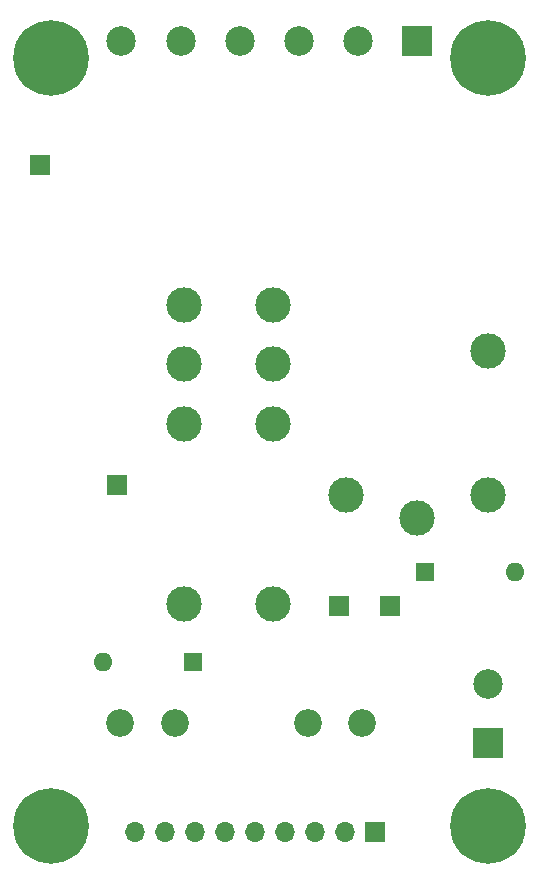
<source format=gbs>
G04 #@! TF.FileFunction,Soldermask,Bot*
%FSLAX46Y46*%
G04 Gerber Fmt 4.6, Leading zero omitted, Abs format (unit mm)*
G04 Created by KiCad (PCBNEW 4.0.6) date Tuesday, January 16, 2018 'PMt' 08:13:24 PM*
%MOMM*%
%LPD*%
G01*
G04 APERTURE LIST*
%ADD10C,0.100000*%
%ADD11C,6.400000*%
%ADD12C,3.000000*%
%ADD13R,2.500000X2.500000*%
%ADD14C,2.500000*%
%ADD15C,2.350000*%
%ADD16R,1.700000X1.700000*%
%ADD17O,1.700000X1.700000*%
%ADD18R,1.600000X1.600000*%
%ADD19O,1.600000X1.600000*%
G04 APERTURE END LIST*
D10*
D11*
X91000000Y-145000000D03*
X54000000Y-145000000D03*
X91000000Y-80000000D03*
D12*
X65300000Y-126200000D03*
X72800000Y-126200000D03*
X65300000Y-105880000D03*
X72800000Y-100840000D03*
X72800000Y-110920000D03*
X65300000Y-110920000D03*
X72800000Y-105880000D03*
X65300000Y-100840000D03*
D13*
X91000000Y-138000000D03*
D14*
X91000000Y-133000000D03*
D12*
X91025000Y-116950000D03*
X91025000Y-104750000D03*
X79025000Y-116950000D03*
X85025000Y-118950000D03*
D15*
X64500000Y-136275000D03*
X59900000Y-136275000D03*
X75800000Y-136275000D03*
X80400000Y-136275000D03*
D11*
X54000000Y-80000000D03*
D16*
X59600000Y-116100000D03*
X78400000Y-126400000D03*
X53100000Y-89000000D03*
X82700000Y-126400000D03*
X81500000Y-145500000D03*
D17*
X78960000Y-145500000D03*
X76420000Y-145500000D03*
X73880000Y-145500000D03*
X71340000Y-145500000D03*
X68800000Y-145500000D03*
X66260000Y-145500000D03*
X63720000Y-145500000D03*
X61180000Y-145500000D03*
D14*
X60000000Y-78500000D03*
X65000000Y-78500000D03*
X70000000Y-78500000D03*
X75000000Y-78500000D03*
D13*
X85000000Y-78500000D03*
D14*
X80000000Y-78500000D03*
D18*
X85725000Y-123525000D03*
D19*
X93345000Y-123525000D03*
D18*
X66075000Y-131075000D03*
D19*
X58455000Y-131075000D03*
M02*

</source>
